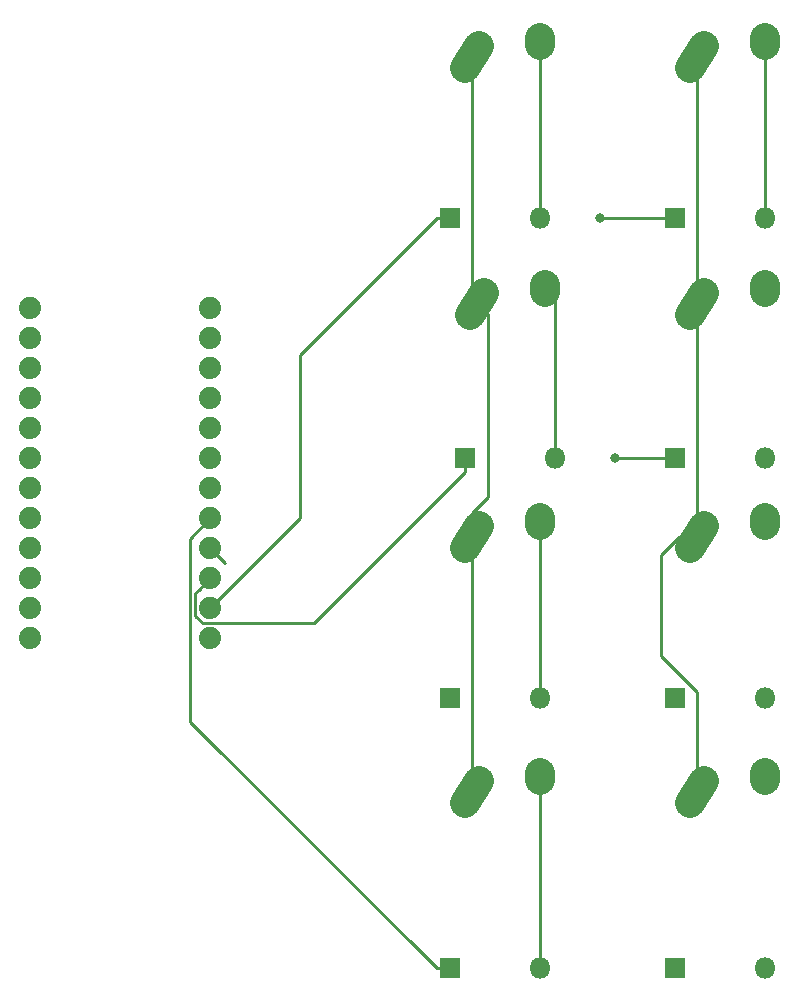
<source format=gtl>
G04 #@! TF.GenerationSoftware,KiCad,Pcbnew,5.1.5-5.1.5*
G04 #@! TF.CreationDate,2020-03-08T16:14:12+01:00*
G04 #@! TF.ProjectId,pcb,7063622e-6b69-4636-9164-5f7063625858,rev?*
G04 #@! TF.SameCoordinates,Original*
G04 #@! TF.FileFunction,Copper,L1,Top*
G04 #@! TF.FilePolarity,Positive*
%FSLAX46Y46*%
G04 Gerber Fmt 4.6, Leading zero omitted, Abs format (unit mm)*
G04 Created by KiCad (PCBNEW 5.1.5-5.1.5) date 2020-03-08 16:14:12*
%MOMM*%
%LPD*%
G04 APERTURE LIST*
%ADD10C,1.879600*%
%ADD11R,1.800000X1.800000*%
%ADD12O,1.800000X1.800000*%
%ADD13C,2.500000*%
%ADD14C,0.800000*%
%ADD15C,0.250000*%
G04 APERTURE END LIST*
D10*
X17780000Y-41910000D03*
X17780000Y-44450000D03*
X17780000Y-46990000D03*
X17780000Y-49530000D03*
X17780000Y-52070000D03*
X17780000Y-54610000D03*
X17780000Y-57150000D03*
X17780000Y-59690000D03*
X17780000Y-62230000D03*
X17780000Y-64770000D03*
X17780000Y-67310000D03*
X17780000Y-69850000D03*
X33020000Y-69850000D03*
X33020000Y-67310000D03*
X33020000Y-64770000D03*
X33020000Y-62230000D03*
X33020000Y-59690000D03*
X33020000Y-57150000D03*
X33020000Y-54610000D03*
X33020000Y-52070000D03*
X33020000Y-49530000D03*
X33020000Y-46990000D03*
X33020000Y-44450000D03*
X33020000Y-41910000D03*
D11*
X54610000Y-54610000D03*
D12*
X62230000Y-54610000D03*
X60960000Y-34290000D03*
D11*
X53340000Y-34290000D03*
D12*
X60960000Y-74930000D03*
D11*
X53340000Y-74930000D03*
X53340000Y-97790000D03*
D12*
X60960000Y-97790000D03*
X80010000Y-34290000D03*
D11*
X72390000Y-34290000D03*
X72390000Y-54610000D03*
D12*
X80010000Y-54610000D03*
X80010000Y-74930000D03*
D11*
X72390000Y-74930000D03*
X72390000Y-97790000D03*
D12*
X80010000Y-97790000D03*
D13*
X56203663Y-40565386D02*
X54994739Y-42463016D01*
X61393925Y-39954873D02*
X61354477Y-40533529D01*
X55769462Y-19661185D02*
X54560538Y-21558815D01*
X60959724Y-19050672D02*
X60920276Y-19629328D01*
X60959724Y-59690672D02*
X60920276Y-60269328D01*
X55769462Y-60301185D02*
X54560538Y-62198815D01*
X60959724Y-81280672D02*
X60920276Y-81859328D01*
X55769462Y-81891185D02*
X54560538Y-83788815D01*
X74819462Y-19661185D02*
X73610538Y-21558815D01*
X80009724Y-19050672D02*
X79970276Y-19629328D01*
X80009724Y-39954873D02*
X79970276Y-40533529D01*
X74819462Y-40565386D02*
X73610538Y-42463016D01*
X74819462Y-60301185D02*
X73610538Y-62198815D01*
X80009724Y-59690672D02*
X79970276Y-60269328D01*
X80009724Y-81280672D02*
X79970276Y-81859328D01*
X74819462Y-81891185D02*
X73610538Y-83788815D01*
D14*
X73660000Y-60960000D03*
X66040000Y-34290000D03*
X67310000Y-54610000D03*
X54610000Y-54610000D03*
X54610000Y-54610000D03*
X54610000Y-54610000D03*
X33020000Y-62230000D03*
X33020000Y-62230000D03*
D15*
X55165000Y-41080000D02*
X55599201Y-41514201D01*
X55165000Y-20610000D02*
X55165000Y-41080000D01*
X55165000Y-59209799D02*
X55165000Y-61250000D01*
X56504544Y-42419544D02*
X56504544Y-57870255D01*
X56504544Y-57870255D02*
X55165000Y-59209799D01*
X55599201Y-41514201D02*
X56504544Y-42419544D01*
X55165000Y-63290201D02*
X55165000Y-82840000D01*
X55165000Y-61250000D02*
X55165000Y-63290201D01*
X74215000Y-80799799D02*
X74215000Y-82840000D01*
X71214099Y-71369097D02*
X74215000Y-74369998D01*
X71214099Y-62768791D02*
X71214099Y-71369097D01*
X72732890Y-61250000D02*
X71214099Y-62768791D01*
X74215000Y-74369998D02*
X74215000Y-80799799D01*
X74215000Y-61250000D02*
X72732890Y-61250000D01*
X74215000Y-61250000D02*
X74215000Y-41514201D01*
X74215000Y-41514201D02*
X74215000Y-20610000D01*
X74215000Y-61250000D02*
X73950000Y-61250000D01*
X73950000Y-61250000D02*
X73660000Y-60960000D01*
X52190000Y-34290000D02*
X40640000Y-45840000D01*
X53340000Y-34290000D02*
X52190000Y-34290000D01*
X40640000Y-59690000D02*
X33020000Y-67310000D01*
X40640000Y-45840000D02*
X40640000Y-59690000D01*
X72390000Y-34290000D02*
X71240000Y-34290000D01*
X71240000Y-34290000D02*
X66040000Y-34290000D01*
X67310000Y-54610000D02*
X72390000Y-54610000D01*
X32080201Y-65709799D02*
X33020000Y-64770000D01*
X31755199Y-66034801D02*
X32080201Y-65709799D01*
X31755199Y-67917105D02*
X31755199Y-66034801D01*
X32412895Y-68574801D02*
X31755199Y-67917105D01*
X41795199Y-68574801D02*
X32412895Y-68574801D01*
X54610000Y-55760000D02*
X41795199Y-68574801D01*
X54610000Y-54610000D02*
X54610000Y-55760000D01*
X34290000Y-63500000D02*
X33020000Y-62230000D01*
X52190000Y-97790000D02*
X53340000Y-97790000D01*
X31305190Y-76905190D02*
X52190000Y-97790000D01*
X31305190Y-61404810D02*
X31305190Y-76905190D01*
X33020000Y-59690000D02*
X31305190Y-61404810D01*
X60960000Y-19360000D02*
X60940000Y-19340000D01*
X60960000Y-34290000D02*
X60960000Y-19360000D01*
X62230000Y-41100000D02*
X61374201Y-40244201D01*
X62230000Y-54610000D02*
X62230000Y-41100000D01*
X60940000Y-74910000D02*
X60960000Y-74930000D01*
X60940000Y-59980000D02*
X60940000Y-74910000D01*
X60960000Y-81590000D02*
X60940000Y-81570000D01*
X60960000Y-97790000D02*
X60960000Y-81590000D01*
X79990000Y-34270000D02*
X80010000Y-34290000D01*
X79990000Y-19340000D02*
X79990000Y-34270000D01*
M02*

</source>
